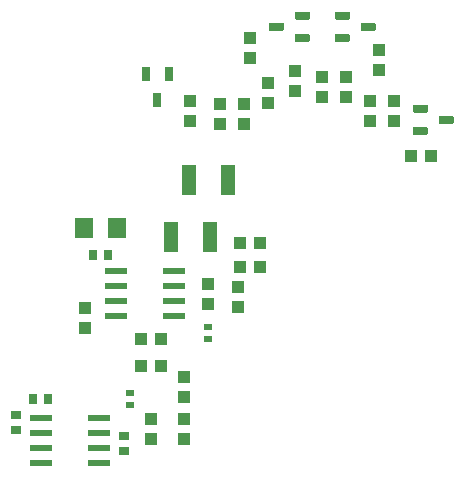
<source format=gbr>
G04 #@! TF.GenerationSoftware,KiCad,Pcbnew,(5.1.2)-2*
G04 #@! TF.CreationDate,2021-11-10T11:30:02-03:00*
G04 #@! TF.ProjectId,PC_V1.2,50435f56-312e-4322-9e6b-696361645f70,rev?*
G04 #@! TF.SameCoordinates,Original*
G04 #@! TF.FileFunction,Paste,Top*
G04 #@! TF.FilePolarity,Positive*
%FSLAX46Y46*%
G04 Gerber Fmt 4.6, Leading zero omitted, Abs format (unit mm)*
G04 Created by KiCad (PCBNEW (5.1.2)-2) date 2021-11-10 11:30:02*
%MOMM*%
%LPD*%
G04 APERTURE LIST*
%ADD10R,0.700000X0.900000*%
%ADD11R,1.100000X1.000000*%
%ADD12R,1.000000X1.100000*%
%ADD13R,0.900000X0.700000*%
%ADD14R,1.200000X2.500000*%
%ADD15R,0.700000X0.600000*%
%ADD16R,1.600000X1.803000*%
%ADD17C,0.100000*%
%ADD18C,0.690000*%
%ADD19R,1.981200X0.558800*%
G04 APERTURE END LIST*
D10*
X136685100Y-105600600D03*
X137985100Y-105600600D03*
D11*
X140803100Y-112712600D03*
X142503100Y-112712600D03*
D12*
X149019100Y-110006600D03*
X149019100Y-108306600D03*
D11*
X150885100Y-106616600D03*
X149185100Y-106616600D03*
D13*
X130223100Y-119174600D03*
X130223100Y-120474600D03*
D10*
X131605100Y-117792600D03*
X132905100Y-117792600D03*
D13*
X139367100Y-122252600D03*
X139367100Y-120952600D03*
D14*
X143305100Y-104076600D03*
X146605100Y-104076600D03*
X148129100Y-99250600D03*
X144829100Y-99250600D03*
D11*
X136065100Y-110084600D03*
X136065100Y-111784600D03*
D15*
X139875100Y-118292600D03*
X139875100Y-117292600D03*
D11*
X144955100Y-92558600D03*
X144955100Y-94258600D03*
X149527100Y-92812600D03*
X149527100Y-94512600D03*
X147495100Y-94512600D03*
X147495100Y-92812600D03*
X150035100Y-87224600D03*
X150035100Y-88924600D03*
X151559100Y-91034600D03*
X151559100Y-92734600D03*
X153845100Y-91718600D03*
X153845100Y-90018600D03*
X160957100Y-88240600D03*
X160957100Y-89940600D03*
X158163100Y-90526600D03*
X158163100Y-92226600D03*
X156131100Y-92226600D03*
X156131100Y-90526600D03*
D16*
X138757100Y-103314600D03*
X135913100Y-103314600D03*
D12*
X165363100Y-97218600D03*
X163663100Y-97218600D03*
D11*
X160195100Y-92558600D03*
X160195100Y-94258600D03*
X162227100Y-94258600D03*
X162227100Y-92558600D03*
D12*
X142503100Y-114998600D03*
X140803100Y-114998600D03*
D11*
X146479100Y-108052600D03*
X146479100Y-109752600D03*
D15*
X146479100Y-111704600D03*
X146479100Y-112704600D03*
D12*
X150885100Y-104584600D03*
X149185100Y-104584600D03*
D11*
X141653100Y-121182600D03*
X141653100Y-119482600D03*
X144447100Y-121182600D03*
X144447100Y-119482600D03*
X144447100Y-117626600D03*
X144447100Y-115926600D03*
D17*
G36*
X142428304Y-91872015D02*
G01*
X142436677Y-91873257D01*
X142444887Y-91875314D01*
X142452856Y-91878165D01*
X142460508Y-91881784D01*
X142467768Y-91886136D01*
X142474566Y-91891178D01*
X142480838Y-91896862D01*
X142486522Y-91903134D01*
X142491564Y-91909932D01*
X142495916Y-91917192D01*
X142499535Y-91924844D01*
X142502386Y-91932813D01*
X142504443Y-91941023D01*
X142505685Y-91949396D01*
X142506100Y-91957850D01*
X142506100Y-92995350D01*
X142505685Y-93003804D01*
X142504443Y-93012177D01*
X142502386Y-93020387D01*
X142499535Y-93028356D01*
X142495916Y-93036008D01*
X142491564Y-93043268D01*
X142486522Y-93050066D01*
X142480838Y-93056338D01*
X142474566Y-93062022D01*
X142467768Y-93067064D01*
X142460508Y-93071416D01*
X142452856Y-93075035D01*
X142444887Y-93077886D01*
X142436677Y-93079943D01*
X142428304Y-93081185D01*
X142419850Y-93081600D01*
X141902350Y-93081600D01*
X141893896Y-93081185D01*
X141885523Y-93079943D01*
X141877313Y-93077886D01*
X141869344Y-93075035D01*
X141861692Y-93071416D01*
X141854432Y-93067064D01*
X141847634Y-93062022D01*
X141841362Y-93056338D01*
X141835678Y-93050066D01*
X141830636Y-93043268D01*
X141826284Y-93036008D01*
X141822665Y-93028356D01*
X141819814Y-93020387D01*
X141817757Y-93012177D01*
X141816515Y-93003804D01*
X141816100Y-92995350D01*
X141816100Y-91957850D01*
X141816515Y-91949396D01*
X141817757Y-91941023D01*
X141819814Y-91932813D01*
X141822665Y-91924844D01*
X141826284Y-91917192D01*
X141830636Y-91909932D01*
X141835678Y-91903134D01*
X141841362Y-91896862D01*
X141847634Y-91891178D01*
X141854432Y-91886136D01*
X141861692Y-91881784D01*
X141869344Y-91878165D01*
X141877313Y-91875314D01*
X141885523Y-91873257D01*
X141893896Y-91872015D01*
X141902350Y-91871600D01*
X142419850Y-91871600D01*
X142428304Y-91872015D01*
X142428304Y-91872015D01*
G37*
D18*
X142161100Y-92476600D03*
D17*
G36*
X141478304Y-89672015D02*
G01*
X141486677Y-89673257D01*
X141494887Y-89675314D01*
X141502856Y-89678165D01*
X141510508Y-89681784D01*
X141517768Y-89686136D01*
X141524566Y-89691178D01*
X141530838Y-89696862D01*
X141536522Y-89703134D01*
X141541564Y-89709932D01*
X141545916Y-89717192D01*
X141549535Y-89724844D01*
X141552386Y-89732813D01*
X141554443Y-89741023D01*
X141555685Y-89749396D01*
X141556100Y-89757850D01*
X141556100Y-90795350D01*
X141555685Y-90803804D01*
X141554443Y-90812177D01*
X141552386Y-90820387D01*
X141549535Y-90828356D01*
X141545916Y-90836008D01*
X141541564Y-90843268D01*
X141536522Y-90850066D01*
X141530838Y-90856338D01*
X141524566Y-90862022D01*
X141517768Y-90867064D01*
X141510508Y-90871416D01*
X141502856Y-90875035D01*
X141494887Y-90877886D01*
X141486677Y-90879943D01*
X141478304Y-90881185D01*
X141469850Y-90881600D01*
X140952350Y-90881600D01*
X140943896Y-90881185D01*
X140935523Y-90879943D01*
X140927313Y-90877886D01*
X140919344Y-90875035D01*
X140911692Y-90871416D01*
X140904432Y-90867064D01*
X140897634Y-90862022D01*
X140891362Y-90856338D01*
X140885678Y-90850066D01*
X140880636Y-90843268D01*
X140876284Y-90836008D01*
X140872665Y-90828356D01*
X140869814Y-90820387D01*
X140867757Y-90812177D01*
X140866515Y-90803804D01*
X140866100Y-90795350D01*
X140866100Y-89757850D01*
X140866515Y-89749396D01*
X140867757Y-89741023D01*
X140869814Y-89732813D01*
X140872665Y-89724844D01*
X140876284Y-89717192D01*
X140880636Y-89709932D01*
X140885678Y-89703134D01*
X140891362Y-89696862D01*
X140897634Y-89691178D01*
X140904432Y-89686136D01*
X140911692Y-89681784D01*
X140919344Y-89678165D01*
X140927313Y-89675314D01*
X140935523Y-89673257D01*
X140943896Y-89672015D01*
X140952350Y-89671600D01*
X141469850Y-89671600D01*
X141478304Y-89672015D01*
X141478304Y-89672015D01*
G37*
D18*
X141211100Y-90276600D03*
D17*
G36*
X143378304Y-89672015D02*
G01*
X143386677Y-89673257D01*
X143394887Y-89675314D01*
X143402856Y-89678165D01*
X143410508Y-89681784D01*
X143417768Y-89686136D01*
X143424566Y-89691178D01*
X143430838Y-89696862D01*
X143436522Y-89703134D01*
X143441564Y-89709932D01*
X143445916Y-89717192D01*
X143449535Y-89724844D01*
X143452386Y-89732813D01*
X143454443Y-89741023D01*
X143455685Y-89749396D01*
X143456100Y-89757850D01*
X143456100Y-90795350D01*
X143455685Y-90803804D01*
X143454443Y-90812177D01*
X143452386Y-90820387D01*
X143449535Y-90828356D01*
X143445916Y-90836008D01*
X143441564Y-90843268D01*
X143436522Y-90850066D01*
X143430838Y-90856338D01*
X143424566Y-90862022D01*
X143417768Y-90867064D01*
X143410508Y-90871416D01*
X143402856Y-90875035D01*
X143394887Y-90877886D01*
X143386677Y-90879943D01*
X143378304Y-90881185D01*
X143369850Y-90881600D01*
X142852350Y-90881600D01*
X142843896Y-90881185D01*
X142835523Y-90879943D01*
X142827313Y-90877886D01*
X142819344Y-90875035D01*
X142811692Y-90871416D01*
X142804432Y-90867064D01*
X142797634Y-90862022D01*
X142791362Y-90856338D01*
X142785678Y-90850066D01*
X142780636Y-90843268D01*
X142776284Y-90836008D01*
X142772665Y-90828356D01*
X142769814Y-90820387D01*
X142767757Y-90812177D01*
X142766515Y-90803804D01*
X142766100Y-90795350D01*
X142766100Y-89757850D01*
X142766515Y-89749396D01*
X142767757Y-89741023D01*
X142769814Y-89732813D01*
X142772665Y-89724844D01*
X142776284Y-89717192D01*
X142780636Y-89709932D01*
X142785678Y-89703134D01*
X142791362Y-89696862D01*
X142797634Y-89691178D01*
X142804432Y-89686136D01*
X142811692Y-89681784D01*
X142819344Y-89678165D01*
X142827313Y-89675314D01*
X142835523Y-89673257D01*
X142843896Y-89672015D01*
X142852350Y-89671600D01*
X143369850Y-89671600D01*
X143378304Y-89672015D01*
X143378304Y-89672015D01*
G37*
D18*
X143111100Y-90276600D03*
D17*
G36*
X152764304Y-85952015D02*
G01*
X152772677Y-85953257D01*
X152780887Y-85955314D01*
X152788856Y-85958165D01*
X152796508Y-85961784D01*
X152803768Y-85966136D01*
X152810566Y-85971178D01*
X152816838Y-85976862D01*
X152822522Y-85983134D01*
X152827564Y-85989932D01*
X152831916Y-85997192D01*
X152835535Y-86004844D01*
X152838386Y-86012813D01*
X152840443Y-86021023D01*
X152841685Y-86029396D01*
X152842100Y-86037850D01*
X152842100Y-86555350D01*
X152841685Y-86563804D01*
X152840443Y-86572177D01*
X152838386Y-86580387D01*
X152835535Y-86588356D01*
X152831916Y-86596008D01*
X152827564Y-86603268D01*
X152822522Y-86610066D01*
X152816838Y-86616338D01*
X152810566Y-86622022D01*
X152803768Y-86627064D01*
X152796508Y-86631416D01*
X152788856Y-86635035D01*
X152780887Y-86637886D01*
X152772677Y-86639943D01*
X152764304Y-86641185D01*
X152755850Y-86641600D01*
X151718350Y-86641600D01*
X151709896Y-86641185D01*
X151701523Y-86639943D01*
X151693313Y-86637886D01*
X151685344Y-86635035D01*
X151677692Y-86631416D01*
X151670432Y-86627064D01*
X151663634Y-86622022D01*
X151657362Y-86616338D01*
X151651678Y-86610066D01*
X151646636Y-86603268D01*
X151642284Y-86596008D01*
X151638665Y-86588356D01*
X151635814Y-86580387D01*
X151633757Y-86572177D01*
X151632515Y-86563804D01*
X151632100Y-86555350D01*
X151632100Y-86037850D01*
X151632515Y-86029396D01*
X151633757Y-86021023D01*
X151635814Y-86012813D01*
X151638665Y-86004844D01*
X151642284Y-85997192D01*
X151646636Y-85989932D01*
X151651678Y-85983134D01*
X151657362Y-85976862D01*
X151663634Y-85971178D01*
X151670432Y-85966136D01*
X151677692Y-85961784D01*
X151685344Y-85958165D01*
X151693313Y-85955314D01*
X151701523Y-85953257D01*
X151709896Y-85952015D01*
X151718350Y-85951600D01*
X152755850Y-85951600D01*
X152764304Y-85952015D01*
X152764304Y-85952015D01*
G37*
D18*
X152237100Y-86296600D03*
D17*
G36*
X154964304Y-85002015D02*
G01*
X154972677Y-85003257D01*
X154980887Y-85005314D01*
X154988856Y-85008165D01*
X154996508Y-85011784D01*
X155003768Y-85016136D01*
X155010566Y-85021178D01*
X155016838Y-85026862D01*
X155022522Y-85033134D01*
X155027564Y-85039932D01*
X155031916Y-85047192D01*
X155035535Y-85054844D01*
X155038386Y-85062813D01*
X155040443Y-85071023D01*
X155041685Y-85079396D01*
X155042100Y-85087850D01*
X155042100Y-85605350D01*
X155041685Y-85613804D01*
X155040443Y-85622177D01*
X155038386Y-85630387D01*
X155035535Y-85638356D01*
X155031916Y-85646008D01*
X155027564Y-85653268D01*
X155022522Y-85660066D01*
X155016838Y-85666338D01*
X155010566Y-85672022D01*
X155003768Y-85677064D01*
X154996508Y-85681416D01*
X154988856Y-85685035D01*
X154980887Y-85687886D01*
X154972677Y-85689943D01*
X154964304Y-85691185D01*
X154955850Y-85691600D01*
X153918350Y-85691600D01*
X153909896Y-85691185D01*
X153901523Y-85689943D01*
X153893313Y-85687886D01*
X153885344Y-85685035D01*
X153877692Y-85681416D01*
X153870432Y-85677064D01*
X153863634Y-85672022D01*
X153857362Y-85666338D01*
X153851678Y-85660066D01*
X153846636Y-85653268D01*
X153842284Y-85646008D01*
X153838665Y-85638356D01*
X153835814Y-85630387D01*
X153833757Y-85622177D01*
X153832515Y-85613804D01*
X153832100Y-85605350D01*
X153832100Y-85087850D01*
X153832515Y-85079396D01*
X153833757Y-85071023D01*
X153835814Y-85062813D01*
X153838665Y-85054844D01*
X153842284Y-85047192D01*
X153846636Y-85039932D01*
X153851678Y-85033134D01*
X153857362Y-85026862D01*
X153863634Y-85021178D01*
X153870432Y-85016136D01*
X153877692Y-85011784D01*
X153885344Y-85008165D01*
X153893313Y-85005314D01*
X153901523Y-85003257D01*
X153909896Y-85002015D01*
X153918350Y-85001600D01*
X154955850Y-85001600D01*
X154964304Y-85002015D01*
X154964304Y-85002015D01*
G37*
D18*
X154437100Y-85346600D03*
D17*
G36*
X154964304Y-86902015D02*
G01*
X154972677Y-86903257D01*
X154980887Y-86905314D01*
X154988856Y-86908165D01*
X154996508Y-86911784D01*
X155003768Y-86916136D01*
X155010566Y-86921178D01*
X155016838Y-86926862D01*
X155022522Y-86933134D01*
X155027564Y-86939932D01*
X155031916Y-86947192D01*
X155035535Y-86954844D01*
X155038386Y-86962813D01*
X155040443Y-86971023D01*
X155041685Y-86979396D01*
X155042100Y-86987850D01*
X155042100Y-87505350D01*
X155041685Y-87513804D01*
X155040443Y-87522177D01*
X155038386Y-87530387D01*
X155035535Y-87538356D01*
X155031916Y-87546008D01*
X155027564Y-87553268D01*
X155022522Y-87560066D01*
X155016838Y-87566338D01*
X155010566Y-87572022D01*
X155003768Y-87577064D01*
X154996508Y-87581416D01*
X154988856Y-87585035D01*
X154980887Y-87587886D01*
X154972677Y-87589943D01*
X154964304Y-87591185D01*
X154955850Y-87591600D01*
X153918350Y-87591600D01*
X153909896Y-87591185D01*
X153901523Y-87589943D01*
X153893313Y-87587886D01*
X153885344Y-87585035D01*
X153877692Y-87581416D01*
X153870432Y-87577064D01*
X153863634Y-87572022D01*
X153857362Y-87566338D01*
X153851678Y-87560066D01*
X153846636Y-87553268D01*
X153842284Y-87546008D01*
X153838665Y-87538356D01*
X153835814Y-87530387D01*
X153833757Y-87522177D01*
X153832515Y-87513804D01*
X153832100Y-87505350D01*
X153832100Y-86987850D01*
X153832515Y-86979396D01*
X153833757Y-86971023D01*
X153835814Y-86962813D01*
X153838665Y-86954844D01*
X153842284Y-86947192D01*
X153846636Y-86939932D01*
X153851678Y-86933134D01*
X153857362Y-86926862D01*
X153863634Y-86921178D01*
X153870432Y-86916136D01*
X153877692Y-86911784D01*
X153885344Y-86908165D01*
X153893313Y-86905314D01*
X153901523Y-86903257D01*
X153909896Y-86902015D01*
X153918350Y-86901600D01*
X154955850Y-86901600D01*
X154964304Y-86902015D01*
X154964304Y-86902015D01*
G37*
D18*
X154437100Y-87246600D03*
D17*
G36*
X160552304Y-85952015D02*
G01*
X160560677Y-85953257D01*
X160568887Y-85955314D01*
X160576856Y-85958165D01*
X160584508Y-85961784D01*
X160591768Y-85966136D01*
X160598566Y-85971178D01*
X160604838Y-85976862D01*
X160610522Y-85983134D01*
X160615564Y-85989932D01*
X160619916Y-85997192D01*
X160623535Y-86004844D01*
X160626386Y-86012813D01*
X160628443Y-86021023D01*
X160629685Y-86029396D01*
X160630100Y-86037850D01*
X160630100Y-86555350D01*
X160629685Y-86563804D01*
X160628443Y-86572177D01*
X160626386Y-86580387D01*
X160623535Y-86588356D01*
X160619916Y-86596008D01*
X160615564Y-86603268D01*
X160610522Y-86610066D01*
X160604838Y-86616338D01*
X160598566Y-86622022D01*
X160591768Y-86627064D01*
X160584508Y-86631416D01*
X160576856Y-86635035D01*
X160568887Y-86637886D01*
X160560677Y-86639943D01*
X160552304Y-86641185D01*
X160543850Y-86641600D01*
X159506350Y-86641600D01*
X159497896Y-86641185D01*
X159489523Y-86639943D01*
X159481313Y-86637886D01*
X159473344Y-86635035D01*
X159465692Y-86631416D01*
X159458432Y-86627064D01*
X159451634Y-86622022D01*
X159445362Y-86616338D01*
X159439678Y-86610066D01*
X159434636Y-86603268D01*
X159430284Y-86596008D01*
X159426665Y-86588356D01*
X159423814Y-86580387D01*
X159421757Y-86572177D01*
X159420515Y-86563804D01*
X159420100Y-86555350D01*
X159420100Y-86037850D01*
X159420515Y-86029396D01*
X159421757Y-86021023D01*
X159423814Y-86012813D01*
X159426665Y-86004844D01*
X159430284Y-85997192D01*
X159434636Y-85989932D01*
X159439678Y-85983134D01*
X159445362Y-85976862D01*
X159451634Y-85971178D01*
X159458432Y-85966136D01*
X159465692Y-85961784D01*
X159473344Y-85958165D01*
X159481313Y-85955314D01*
X159489523Y-85953257D01*
X159497896Y-85952015D01*
X159506350Y-85951600D01*
X160543850Y-85951600D01*
X160552304Y-85952015D01*
X160552304Y-85952015D01*
G37*
D18*
X160025100Y-86296600D03*
D17*
G36*
X158352304Y-86902015D02*
G01*
X158360677Y-86903257D01*
X158368887Y-86905314D01*
X158376856Y-86908165D01*
X158384508Y-86911784D01*
X158391768Y-86916136D01*
X158398566Y-86921178D01*
X158404838Y-86926862D01*
X158410522Y-86933134D01*
X158415564Y-86939932D01*
X158419916Y-86947192D01*
X158423535Y-86954844D01*
X158426386Y-86962813D01*
X158428443Y-86971023D01*
X158429685Y-86979396D01*
X158430100Y-86987850D01*
X158430100Y-87505350D01*
X158429685Y-87513804D01*
X158428443Y-87522177D01*
X158426386Y-87530387D01*
X158423535Y-87538356D01*
X158419916Y-87546008D01*
X158415564Y-87553268D01*
X158410522Y-87560066D01*
X158404838Y-87566338D01*
X158398566Y-87572022D01*
X158391768Y-87577064D01*
X158384508Y-87581416D01*
X158376856Y-87585035D01*
X158368887Y-87587886D01*
X158360677Y-87589943D01*
X158352304Y-87591185D01*
X158343850Y-87591600D01*
X157306350Y-87591600D01*
X157297896Y-87591185D01*
X157289523Y-87589943D01*
X157281313Y-87587886D01*
X157273344Y-87585035D01*
X157265692Y-87581416D01*
X157258432Y-87577064D01*
X157251634Y-87572022D01*
X157245362Y-87566338D01*
X157239678Y-87560066D01*
X157234636Y-87553268D01*
X157230284Y-87546008D01*
X157226665Y-87538356D01*
X157223814Y-87530387D01*
X157221757Y-87522177D01*
X157220515Y-87513804D01*
X157220100Y-87505350D01*
X157220100Y-86987850D01*
X157220515Y-86979396D01*
X157221757Y-86971023D01*
X157223814Y-86962813D01*
X157226665Y-86954844D01*
X157230284Y-86947192D01*
X157234636Y-86939932D01*
X157239678Y-86933134D01*
X157245362Y-86926862D01*
X157251634Y-86921178D01*
X157258432Y-86916136D01*
X157265692Y-86911784D01*
X157273344Y-86908165D01*
X157281313Y-86905314D01*
X157289523Y-86903257D01*
X157297896Y-86902015D01*
X157306350Y-86901600D01*
X158343850Y-86901600D01*
X158352304Y-86902015D01*
X158352304Y-86902015D01*
G37*
D18*
X157825100Y-87246600D03*
D17*
G36*
X158352304Y-85002015D02*
G01*
X158360677Y-85003257D01*
X158368887Y-85005314D01*
X158376856Y-85008165D01*
X158384508Y-85011784D01*
X158391768Y-85016136D01*
X158398566Y-85021178D01*
X158404838Y-85026862D01*
X158410522Y-85033134D01*
X158415564Y-85039932D01*
X158419916Y-85047192D01*
X158423535Y-85054844D01*
X158426386Y-85062813D01*
X158428443Y-85071023D01*
X158429685Y-85079396D01*
X158430100Y-85087850D01*
X158430100Y-85605350D01*
X158429685Y-85613804D01*
X158428443Y-85622177D01*
X158426386Y-85630387D01*
X158423535Y-85638356D01*
X158419916Y-85646008D01*
X158415564Y-85653268D01*
X158410522Y-85660066D01*
X158404838Y-85666338D01*
X158398566Y-85672022D01*
X158391768Y-85677064D01*
X158384508Y-85681416D01*
X158376856Y-85685035D01*
X158368887Y-85687886D01*
X158360677Y-85689943D01*
X158352304Y-85691185D01*
X158343850Y-85691600D01*
X157306350Y-85691600D01*
X157297896Y-85691185D01*
X157289523Y-85689943D01*
X157281313Y-85687886D01*
X157273344Y-85685035D01*
X157265692Y-85681416D01*
X157258432Y-85677064D01*
X157251634Y-85672022D01*
X157245362Y-85666338D01*
X157239678Y-85660066D01*
X157234636Y-85653268D01*
X157230284Y-85646008D01*
X157226665Y-85638356D01*
X157223814Y-85630387D01*
X157221757Y-85622177D01*
X157220515Y-85613804D01*
X157220100Y-85605350D01*
X157220100Y-85087850D01*
X157220515Y-85079396D01*
X157221757Y-85071023D01*
X157223814Y-85062813D01*
X157226665Y-85054844D01*
X157230284Y-85047192D01*
X157234636Y-85039932D01*
X157239678Y-85033134D01*
X157245362Y-85026862D01*
X157251634Y-85021178D01*
X157258432Y-85016136D01*
X157265692Y-85011784D01*
X157273344Y-85008165D01*
X157281313Y-85005314D01*
X157289523Y-85003257D01*
X157297896Y-85002015D01*
X157306350Y-85001600D01*
X158343850Y-85001600D01*
X158352304Y-85002015D01*
X158352304Y-85002015D01*
G37*
D18*
X157825100Y-85346600D03*
D17*
G36*
X167156304Y-93826015D02*
G01*
X167164677Y-93827257D01*
X167172887Y-93829314D01*
X167180856Y-93832165D01*
X167188508Y-93835784D01*
X167195768Y-93840136D01*
X167202566Y-93845178D01*
X167208838Y-93850862D01*
X167214522Y-93857134D01*
X167219564Y-93863932D01*
X167223916Y-93871192D01*
X167227535Y-93878844D01*
X167230386Y-93886813D01*
X167232443Y-93895023D01*
X167233685Y-93903396D01*
X167234100Y-93911850D01*
X167234100Y-94429350D01*
X167233685Y-94437804D01*
X167232443Y-94446177D01*
X167230386Y-94454387D01*
X167227535Y-94462356D01*
X167223916Y-94470008D01*
X167219564Y-94477268D01*
X167214522Y-94484066D01*
X167208838Y-94490338D01*
X167202566Y-94496022D01*
X167195768Y-94501064D01*
X167188508Y-94505416D01*
X167180856Y-94509035D01*
X167172887Y-94511886D01*
X167164677Y-94513943D01*
X167156304Y-94515185D01*
X167147850Y-94515600D01*
X166110350Y-94515600D01*
X166101896Y-94515185D01*
X166093523Y-94513943D01*
X166085313Y-94511886D01*
X166077344Y-94509035D01*
X166069692Y-94505416D01*
X166062432Y-94501064D01*
X166055634Y-94496022D01*
X166049362Y-94490338D01*
X166043678Y-94484066D01*
X166038636Y-94477268D01*
X166034284Y-94470008D01*
X166030665Y-94462356D01*
X166027814Y-94454387D01*
X166025757Y-94446177D01*
X166024515Y-94437804D01*
X166024100Y-94429350D01*
X166024100Y-93911850D01*
X166024515Y-93903396D01*
X166025757Y-93895023D01*
X166027814Y-93886813D01*
X166030665Y-93878844D01*
X166034284Y-93871192D01*
X166038636Y-93863932D01*
X166043678Y-93857134D01*
X166049362Y-93850862D01*
X166055634Y-93845178D01*
X166062432Y-93840136D01*
X166069692Y-93835784D01*
X166077344Y-93832165D01*
X166085313Y-93829314D01*
X166093523Y-93827257D01*
X166101896Y-93826015D01*
X166110350Y-93825600D01*
X167147850Y-93825600D01*
X167156304Y-93826015D01*
X167156304Y-93826015D01*
G37*
D18*
X166629100Y-94170600D03*
D17*
G36*
X164956304Y-94776015D02*
G01*
X164964677Y-94777257D01*
X164972887Y-94779314D01*
X164980856Y-94782165D01*
X164988508Y-94785784D01*
X164995768Y-94790136D01*
X165002566Y-94795178D01*
X165008838Y-94800862D01*
X165014522Y-94807134D01*
X165019564Y-94813932D01*
X165023916Y-94821192D01*
X165027535Y-94828844D01*
X165030386Y-94836813D01*
X165032443Y-94845023D01*
X165033685Y-94853396D01*
X165034100Y-94861850D01*
X165034100Y-95379350D01*
X165033685Y-95387804D01*
X165032443Y-95396177D01*
X165030386Y-95404387D01*
X165027535Y-95412356D01*
X165023916Y-95420008D01*
X165019564Y-95427268D01*
X165014522Y-95434066D01*
X165008838Y-95440338D01*
X165002566Y-95446022D01*
X164995768Y-95451064D01*
X164988508Y-95455416D01*
X164980856Y-95459035D01*
X164972887Y-95461886D01*
X164964677Y-95463943D01*
X164956304Y-95465185D01*
X164947850Y-95465600D01*
X163910350Y-95465600D01*
X163901896Y-95465185D01*
X163893523Y-95463943D01*
X163885313Y-95461886D01*
X163877344Y-95459035D01*
X163869692Y-95455416D01*
X163862432Y-95451064D01*
X163855634Y-95446022D01*
X163849362Y-95440338D01*
X163843678Y-95434066D01*
X163838636Y-95427268D01*
X163834284Y-95420008D01*
X163830665Y-95412356D01*
X163827814Y-95404387D01*
X163825757Y-95396177D01*
X163824515Y-95387804D01*
X163824100Y-95379350D01*
X163824100Y-94861850D01*
X163824515Y-94853396D01*
X163825757Y-94845023D01*
X163827814Y-94836813D01*
X163830665Y-94828844D01*
X163834284Y-94821192D01*
X163838636Y-94813932D01*
X163843678Y-94807134D01*
X163849362Y-94800862D01*
X163855634Y-94795178D01*
X163862432Y-94790136D01*
X163869692Y-94785784D01*
X163877344Y-94782165D01*
X163885313Y-94779314D01*
X163893523Y-94777257D01*
X163901896Y-94776015D01*
X163910350Y-94775600D01*
X164947850Y-94775600D01*
X164956304Y-94776015D01*
X164956304Y-94776015D01*
G37*
D18*
X164429100Y-95120600D03*
D17*
G36*
X164956304Y-92876015D02*
G01*
X164964677Y-92877257D01*
X164972887Y-92879314D01*
X164980856Y-92882165D01*
X164988508Y-92885784D01*
X164995768Y-92890136D01*
X165002566Y-92895178D01*
X165008838Y-92900862D01*
X165014522Y-92907134D01*
X165019564Y-92913932D01*
X165023916Y-92921192D01*
X165027535Y-92928844D01*
X165030386Y-92936813D01*
X165032443Y-92945023D01*
X165033685Y-92953396D01*
X165034100Y-92961850D01*
X165034100Y-93479350D01*
X165033685Y-93487804D01*
X165032443Y-93496177D01*
X165030386Y-93504387D01*
X165027535Y-93512356D01*
X165023916Y-93520008D01*
X165019564Y-93527268D01*
X165014522Y-93534066D01*
X165008838Y-93540338D01*
X165002566Y-93546022D01*
X164995768Y-93551064D01*
X164988508Y-93555416D01*
X164980856Y-93559035D01*
X164972887Y-93561886D01*
X164964677Y-93563943D01*
X164956304Y-93565185D01*
X164947850Y-93565600D01*
X163910350Y-93565600D01*
X163901896Y-93565185D01*
X163893523Y-93563943D01*
X163885313Y-93561886D01*
X163877344Y-93559035D01*
X163869692Y-93555416D01*
X163862432Y-93551064D01*
X163855634Y-93546022D01*
X163849362Y-93540338D01*
X163843678Y-93534066D01*
X163838636Y-93527268D01*
X163834284Y-93520008D01*
X163830665Y-93512356D01*
X163827814Y-93504387D01*
X163825757Y-93496177D01*
X163824515Y-93487804D01*
X163824100Y-93479350D01*
X163824100Y-92961850D01*
X163824515Y-92953396D01*
X163825757Y-92945023D01*
X163827814Y-92936813D01*
X163830665Y-92928844D01*
X163834284Y-92921192D01*
X163838636Y-92913932D01*
X163843678Y-92907134D01*
X163849362Y-92900862D01*
X163855634Y-92895178D01*
X163862432Y-92890136D01*
X163869692Y-92885784D01*
X163877344Y-92882165D01*
X163885313Y-92879314D01*
X163893523Y-92877257D01*
X163901896Y-92876015D01*
X163910350Y-92875600D01*
X164947850Y-92875600D01*
X164956304Y-92876015D01*
X164956304Y-92876015D01*
G37*
D18*
X164429100Y-93220600D03*
D19*
X143608900Y-106997600D03*
X143608900Y-108267600D03*
X143608900Y-109537600D03*
X143608900Y-110807600D03*
X138681300Y-110807600D03*
X138681300Y-109537600D03*
X138681300Y-108267600D03*
X138681300Y-106997600D03*
X137258900Y-119443600D03*
X137258900Y-120713600D03*
X137258900Y-121983600D03*
X137258900Y-123253600D03*
X132331300Y-123253600D03*
X132331300Y-121983600D03*
X132331300Y-120713600D03*
X132331300Y-119443600D03*
M02*

</source>
